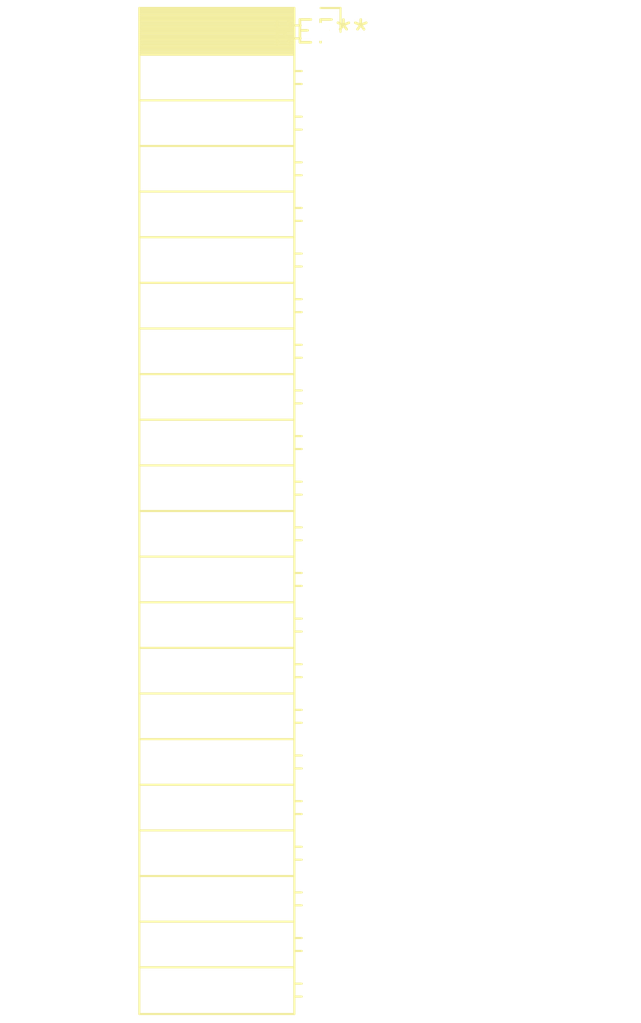
<source format=kicad_pcb>
(kicad_pcb (version 20240108) (generator pcbnew)
  (layers (0 "F.Cu" signal) (31 "B.Cu" signal) (34 "B.Paste" user) (35 "F.Paste" user) (36 "B.SilkS" user "B.Silkscreen") (37 "F.SilkS" user "F.Silkscreen") (38 "B.Mask" user) (39 "F.Mask" user) (44 "Edge.Cuts" user))
  (net 0 "")
  (footprint "PinSocket_1x22_P2.54mm_Horizontal" (layer "F.Cu") (at 0 0)
    (property "Reference" "REF**")
    (property "Value" "PinSocket_1x22_P2.54mm_Horizontal")
    (fp_line (start -10.09 -1.33) (end -10.09 54.67) (layer "F.SilkS") (stroke (width 0.12)))
    (fp_line (start -10.09 -1.33) (end -1.46 -1.33) (layer "F.SilkS") (stroke (width 0.12)))
    (fp_line (start -10.09 -1.21) (end -1.46 -1.21) (layer "F.SilkS") (stroke (width 0.12)))
    (fp_line (start -10.09 -1.091905) (end -1.46 -1.091905) (layer "F.SilkS") (stroke (width 0.12)))
    (fp_line (start -10.09 -0.97381) (end -1.46 -0.97381) (layer "F.SilkS") (stroke (width 0.12)))
    (fp_line (start -10.09 -0.855715) (end -1.46 -0.855715) (layer "F.SilkS") (stroke (width 0.12)))
    (fp_line (start -10.09 -0.73762) (end -1.46 -0.73762) (layer "F.SilkS") (stroke (width 0.12)))
    (fp_line (start -10.09 -0.619525) (end -1.46 -0.619525) (layer "F.SilkS") (stroke (width 0.12)))
    (fp_line (start -10.09 -0.50143) (end -1.46 -0.50143) (layer "F.SilkS") (stroke (width 0.12)))
    (fp_line (start -10.09 -0.383335) (end -1.46 -0.383335) (layer "F.SilkS") (stroke (width 0.12)))
    (fp_line (start -10.09 -0.26524) (end -1.46 -0.26524) (layer "F.SilkS") (stroke (width 0.12)))
    (fp_line (start -10.09 -0.147145) (end -1.46 -0.147145) (layer "F.SilkS") (stroke (width 0.12)))
    (fp_line (start -10.09 -0.02905) (end -1.46 -0.02905) (layer "F.SilkS") (stroke (width 0.12)))
    (fp_line (start -10.09 0.089045) (end -1.46 0.089045) (layer "F.SilkS") (stroke (width 0.12)))
    (fp_line (start -10.09 0.20714) (end -1.46 0.20714) (layer "F.SilkS") (stroke (width 0.12)))
    (fp_line (start -10.09 0.325235) (end -1.46 0.325235) (layer "F.SilkS") (stroke (width 0.12)))
    (fp_line (start -10.09 0.44333) (end -1.46 0.44333) (layer "F.SilkS") (stroke (width 0.12)))
    (fp_line (start -10.09 0.561425) (end -1.46 0.561425) (layer "F.SilkS") (stroke (width 0.12)))
    (fp_line (start -10.09 0.67952) (end -1.46 0.67952) (layer "F.SilkS") (stroke (width 0.12)))
    (fp_line (start -10.09 0.797615) (end -1.46 0.797615) (layer "F.SilkS") (stroke (width 0.12)))
    (fp_line (start -10.09 0.91571) (end -1.46 0.91571) (layer "F.SilkS") (stroke (width 0.12)))
    (fp_line (start -10.09 1.033805) (end -1.46 1.033805) (layer "F.SilkS") (stroke (width 0.12)))
    (fp_line (start -10.09 1.1519) (end -1.46 1.1519) (layer "F.SilkS") (stroke (width 0.12)))
    (fp_line (start -10.09 1.27) (end -1.46 1.27) (layer "F.SilkS") (stroke (width 0.12)))
    (fp_line (start -10.09 3.81) (end -1.46 3.81) (layer "F.SilkS") (stroke (width 0.12)))
    (fp_line (start -10.09 6.35) (end -1.46 6.35) (layer "F.SilkS") (stroke (width 0.12)))
    (fp_line (start -10.09 8.89) (end -1.46 8.89) (layer "F.SilkS") (stroke (width 0.12)))
    (fp_line (start -10.09 11.43) (end -1.46 11.43) (layer "F.SilkS") (stroke (width 0.12)))
    (fp_line (start -10.09 13.97) (end -1.46 13.97) (layer "F.SilkS") (stroke (width 0.12)))
    (fp_line (start -10.09 16.51) (end -1.46 16.51) (layer "F.SilkS") (stroke (width 0.12)))
    (fp_line (start -10.09 19.05) (end -1.46 19.05) (layer "F.SilkS") (stroke (width 0.12)))
    (fp_line (start -10.09 21.59) (end -1.46 21.59) (layer "F.SilkS") (stroke (width 0.12)))
    (fp_line (start -10.09 24.13) (end -1.46 24.13) (layer "F.SilkS") (stroke (width 0.12)))
    (fp_line (start -10.09 26.67) (end -1.46 26.67) (layer "F.SilkS") (stroke (width 0.12)))
    (fp_line (start -10.09 29.21) (end -1.46 29.21) (layer "F.SilkS") (stroke (width 0.12)))
    (fp_line (start -10.09 31.75) (end -1.46 31.75) (layer "F.SilkS") (stroke (width 0.12)))
    (fp_line (start -10.09 34.29) (end -1.46 34.29) (layer "F.SilkS") (stroke (width 0.12)))
    (fp_line (start -10.09 36.83) (end -1.46 36.83) (layer "F.SilkS") (stroke (width 0.12)))
    (fp_line (start -10.09 39.37) (end -1.46 39.37) (layer "F.SilkS") (stroke (width 0.12)))
    (fp_line (start -10.09 41.91) (end -1.46 41.91) (layer "F.SilkS") (stroke (width 0.12)))
    (fp_line (start -10.09 44.45) (end -1.46 44.45) (layer "F.SilkS") (stroke (width 0.12)))
    (fp_line (start -10.09 46.99) (end -1.46 46.99) (layer "F.SilkS") (stroke (width 0.12)))
    (fp_line (start -10.09 49.53) (end -1.46 49.53) (layer "F.SilkS") (stroke (width 0.12)))
    (fp_line (start -10.09 52.07) (end -1.46 52.07) (layer "F.SilkS") (stroke (width 0.12)))
    (fp_line (start -10.09 54.67) (end -1.46 54.67) (layer "F.SilkS") (stroke (width 0.12)))
    (fp_line (start -1.46 -1.33) (end -1.46 54.67) (layer "F.SilkS") (stroke (width 0.12)))
    (fp_line (start -1.46 -0.36) (end -1.11 -0.36) (layer "F.SilkS") (stroke (width 0.12)))
    (fp_line (start -1.46 0.36) (end -1.11 0.36) (layer "F.SilkS") (stroke (width 0.12)))
    (fp_line (start -1.46 2.18) (end -1.05 2.18) (layer "F.SilkS") (stroke (width 0.12)))
    (fp_line (start -1.46 2.9) (end -1.05 2.9) (layer "F.SilkS") (stroke (width 0.12)))
    (fp_line (start -1.46 4.72) (end -1.05 4.72) (layer "F.SilkS") (stroke (width 0.12)))
    (fp_line (start -1.46 5.44) (end -1.05 5.44) (layer "F.SilkS") (stroke (width 0.12)))
    (fp_line (start -1.46 7.26) (end -1.05 7.26) (layer "F.SilkS") (stroke (width 0.12)))
    (fp_line (start -1.46 7.98) (end -1.05 7.98) (layer "F.SilkS") (stroke (width 0.12)))
    (fp_line (start -1.46 9.8) (end -1.05 9.8) (layer "F.SilkS") (stroke (width 0.12)))
    (fp_line (start -1.46 10.52) (end -1.05 10.52) (layer "F.SilkS") (stroke (width 0.12)))
    (fp_line (start -1.46 12.34) (end -1.05 12.34) (layer "F.SilkS") (stroke (width 0.12)))
    (fp_line (start -1.46 13.06) (end -1.05 13.06) (layer "F.SilkS") (stroke (width 0.12)))
    (fp_line (start -1.46 14.88) (end -1.05 14.88) (layer "F.SilkS") (stroke (width 0.12)))
    (fp_line (start -1.46 15.6) (end -1.05 15.6) (layer "F.SilkS") (stroke (width 0.12)))
    (fp_line (start -1.46 17.42) (end -1.05 17.42) (layer "F.SilkS") (stroke (width 0.12)))
    (fp_line (start -1.46 18.14) (end -1.05 18.14) (layer "F.SilkS") (stroke (width 0.12)))
    (fp_line (start -1.46 19.96) (end -1.05 19.96) (layer "F.SilkS") (stroke (width 0.12)))
    (fp_line (start -1.46 20.68) (end -1.05 20.68) (layer "F.SilkS") (stroke (width 0.12)))
    (fp_line (start -1.46 22.5) (end -1.05 22.5) (layer "F.SilkS") (stroke (width 0.12)))
    (fp_line (start -1.46 23.22) (end -1.05 23.22) (layer "F.SilkS") (stroke (width 0.12)))
    (fp_line (start -1.46 25.04) (end -1.05 25.04) (layer "F.SilkS") (stroke (width 0.12)))
    (fp_line (start -1.46 25.76) (end -1.05 25.76) (layer "F.SilkS") (stroke (width 0.12)))
    (fp_line (start -1.46 27.58) (end -1.05 27.58) (layer "F.SilkS") (stroke (width 0.12)))
    (fp_line (start -1.46 28.3) (end -1.05 28.3) (layer "F.SilkS") (stroke (width 0.12)))
    (fp_line (start -1.46 30.12) (end -1.05 30.12) (layer "F.SilkS") (stroke (width 0.12)))
    (fp_line (start -1.46 30.84) (end -1.05 30.84) (layer "F.SilkS") (stroke (width 0.12)))
    (fp_line (start -1.46 32.66) (end -1.05 32.66) (layer "F.SilkS") (stroke (width 0.12)))
    (fp_line (start -1.46 33.38) (end -1.05 33.38) (layer "F.SilkS") (stroke (width 0.12)))
    (fp_line (start -1.46 35.2) (end -1.05 35.2) (layer "F.SilkS") (stroke (width 0.12)))
    (fp_line (start -1.46 35.92) (end -1.05 35.92) (layer "F.SilkS") (stroke (width 0.12)))
    (fp_line (start -1.46 37.74) (end -1.05 37.74) (layer "F.SilkS") (stroke (width 0.12)))
    (fp_line (start -1.46 38.46) (end -1.05 38.46) (layer "F.SilkS") (stroke (width 0.12)))
    (fp_line (start -1.46 40.28) (end -1.05 40.28) (layer "F.SilkS") (stroke (width 0.12)))
    (fp_line (start -1.46 41) (end -1.05 41) (layer "F.SilkS") (stroke (width 0.12)))
    (fp_line (start -1.46 42.82) (end -1.05 42.82) (layer "F.SilkS") (stroke (width 0.12)))
    (fp_line (start -1.46 43.54) (end -1.05 43.54) (layer "F.SilkS") (stroke (width 0.12)))
    (fp_line (start -1.46 45.36) (end -1.05 45.36) (layer "F.SilkS") (stroke (width 0.12)))
    (fp_line (start -1.46 46.08) (end -1.05 46.08) (layer "F.SilkS") (stroke (width 0.12)))
    (fp_line (start -1.46 47.9) (end -1.05 47.9) (layer "F.SilkS") (stroke (width 0.12)))
    (fp_line (start -1.46 48.62) (end -1.05 48.62) (layer "F.SilkS") (stroke (width 0.12)))
    (fp_line (start -1.46 50.44) (end -1.05 50.44) (layer "F.SilkS") (stroke (width 0.12)))
    (fp_line (start -1.46 51.16) (end -1.05 51.16) (layer "F.SilkS") (stroke (width 0.12)))
    (fp_line (start -1.46 52.98) (end -1.05 52.98) (layer "F.SilkS") (stroke (width 0.12)))
    (fp_line (start -1.46 53.7) (end -1.05 53.7) (layer "F.SilkS") (stroke (width 0.12)))
    (fp_line (start 0 -1.33) (end 1.11 -1.33) (layer "F.SilkS") (stroke (width 0.12)))
    (fp_line (start 1.11 -1.33) (end 1.11 0) (layer "F.SilkS") (stroke (width 0.12)))
    (pad "1" thru_hole rect (at 0 0) (size 1.7 1.7) (drill 1) (layers *.Cu *.Mask) (remove_unused_layers))
    (pad "2" thru_hole oval (at 0 2.54) (size 1.7 1.7) (drill 1) (layers *.Cu *.Mask) (remove_unused_layers))
    (pad "3" thru_hole oval (at 0 5.08) (size 1.7 1.7) (drill 1) (layers *.Cu *.Mask) (remove_unused_layers))
    (pad "4" thru_hole oval (at 0 7.62) (size 1.7 1.7) (drill 1) (layers *.Cu *.Mask) (remove_unused_layers))
    (pad "5" thru_hole oval (at 0 10.16) (size 1.7 1.7) (drill 1) (layers *.Cu *.Mask) (remove_unused_layers))
    (pad "6" thru_hole oval (at 0 12.7) (size 1.7 1.7) (drill 1) (layers *.Cu *.Mask) (remove_unused_layers))
    (pad "7" thru_hole oval (at 0 15.24) (size 1.7 1.7) (drill 1) (layers *.Cu *.Mask) (remove_unused_layers))
    (pad "8" thru_hole oval (at 0 17.78) (size 1.7 1.7) (drill 1) (layers *.Cu *.Mask) (remove_unused_layers))
    (pad "9" thru_hole oval (at 0 20.32) (size 1.7 1.7) (drill 1) (layers *.Cu *.Mask) (remove_unused_layers))
    (pad "10" thru_hole oval (at 0 22.86) (size 1.7 1.7) (drill 1) (layers *.Cu *.Mask) (remove_unused_layers))
    (pad "11" thru_hole oval (at 0 25.4) (size 1.7 1.7) (drill 1) (layers *.Cu *.Mask) (remove_unused_layers))
    (pad "12" thru_hole oval (at 0 27.94) (size 1.7 1.7) (drill 1) (layers *.Cu *.Mask) (remove_unused_layers))
    (pad "13" thru_hole oval (at 0 30.48) (size 1.7 1.7) (drill 1) (layers *.Cu *.Mask) (remove_unused_layers))
    (pad "14" thru_hole oval (at 0 33.02) (size 1.7 1.7) (drill 1) (layers *.Cu *.Mask) (remove_unused_layers))
    (pad "15" thru_hole oval (at 0 35.56) (size 1.7 1.7) (drill 1) (layers *.Cu *.Mask) (remove_unused_layers))
    (pad "16" thru_hole oval (at 0 38.1) (size 1.7 1.7) (drill 1) (layers *.Cu *.Mask) (remove_unused_layers))
    (pad "17" thru_hole oval (at 0 40.64) (size 1.7 1.7) (drill 1) (layers *.Cu *.Mask) (remove_unused_layers))
    (pad "18" thru_hole oval (at 0 43.18) (size 1.7 1.7) (drill 1) (layers *.Cu *.Mask) (remove_unused_layers))
    (pad "19" thru_hole oval (at 0 45.72) (size 1.7 1.7) (drill 1) (layers *.Cu *.Mask) (remove_unused_layers))
    (pad "20" thru_hole oval (at 0 48.26) (size 1.7 1.7) (drill 1) (layers *.Cu *.Mask) (remove_unused_layers))
    (pad "21" thru_hole oval (at 0 50.8) (size 1.7 1.7) (drill 1) (layers *.Cu *.Mask) (remove_unused_layers))
    (pad "22" thru_hole oval (at 0 53.34) (size 1.7 1.7) (drill 1) (layers *.Cu *.Mask) (remove_unused_layers))
  )
)
</source>
